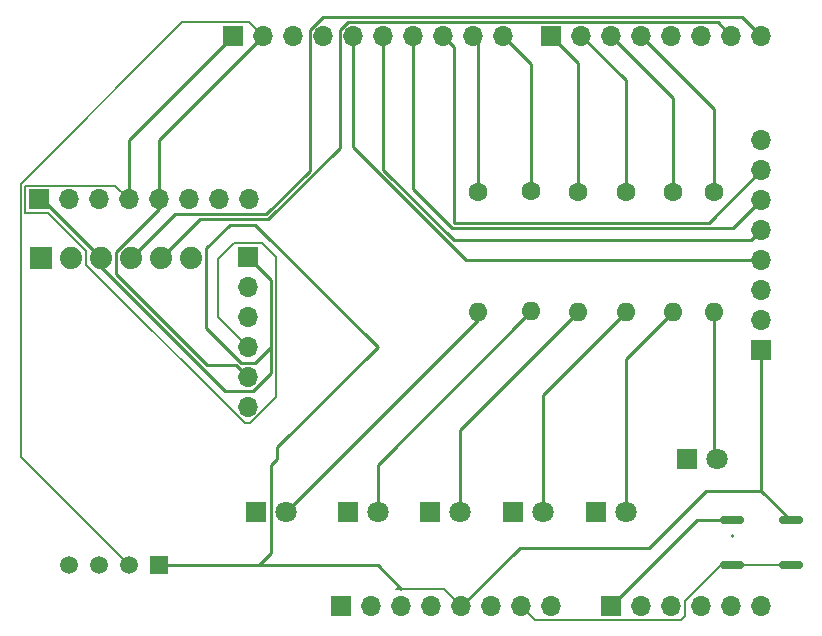
<source format=gbr>
%TF.GenerationSoftware,KiCad,Pcbnew,8.0.8*%
%TF.CreationDate,2025-03-13T23:14:18-06:00*%
%TF.ProjectId,final_project_payload,66696e61-6c5f-4707-926f-6a6563745f70,rev?*%
%TF.SameCoordinates,Original*%
%TF.FileFunction,Copper,L1,Top*%
%TF.FilePolarity,Positive*%
%FSLAX46Y46*%
G04 Gerber Fmt 4.6, Leading zero omitted, Abs format (unit mm)*
G04 Created by KiCad (PCBNEW 8.0.8) date 2025-03-13 23:14:18*
%MOMM*%
%LPD*%
G01*
G04 APERTURE LIST*
G04 Aperture macros list*
%AMRoundRect*
0 Rectangle with rounded corners*
0 $1 Rounding radius*
0 $2 $3 $4 $5 $6 $7 $8 $9 X,Y pos of 4 corners*
0 Add a 4 corners polygon primitive as box body*
4,1,4,$2,$3,$4,$5,$6,$7,$8,$9,$2,$3,0*
0 Add four circle primitives for the rounded corners*
1,1,$1+$1,$2,$3*
1,1,$1+$1,$4,$5*
1,1,$1+$1,$6,$7*
1,1,$1+$1,$8,$9*
0 Add four rect primitives between the rounded corners*
20,1,$1+$1,$2,$3,$4,$5,0*
20,1,$1+$1,$4,$5,$6,$7,0*
20,1,$1+$1,$6,$7,$8,$9,0*
20,1,$1+$1,$8,$9,$2,$3,0*%
G04 Aperture macros list end*
%TA.AperFunction,ComponentPad*%
%ADD10R,1.700000X1.700000*%
%TD*%
%TA.AperFunction,ComponentPad*%
%ADD11O,1.700000X1.700000*%
%TD*%
%TA.AperFunction,ComponentPad*%
%ADD12C,1.500000*%
%TD*%
%TA.AperFunction,ComponentPad*%
%ADD13R,1.500000X1.500000*%
%TD*%
%TA.AperFunction,ComponentPad*%
%ADD14C,1.800000*%
%TD*%
%TA.AperFunction,ComponentPad*%
%ADD15R,1.800000X1.800000*%
%TD*%
%TA.AperFunction,SMDPad,CuDef*%
%ADD16RoundRect,0.150000X-0.825000X-0.150000X0.825000X-0.150000X0.825000X0.150000X-0.825000X0.150000X0*%
%TD*%
%TA.AperFunction,ComponentPad*%
%ADD17O,1.600000X1.600000*%
%TD*%
%TA.AperFunction,ComponentPad*%
%ADD18C,1.600000*%
%TD*%
%TA.AperFunction,ComponentPad*%
%ADD19C,1.879600*%
%TD*%
%TA.AperFunction,ComponentPad*%
%ADD20R,1.879600X1.879600*%
%TD*%
%TA.AperFunction,Conductor*%
%ADD21C,0.200000*%
%TD*%
%TA.AperFunction,Conductor*%
%ADD22C,0.250000*%
%TD*%
G04 APERTURE END LIST*
D10*
%TO.P,J1,1,Pin_1*%
%TO.N,unconnected-(J1-Pin_1-Pad1)*%
X127940000Y-97460000D03*
D11*
%TO.P,J1,2,Pin_2*%
%TO.N,/IOREF*%
X130480000Y-97460000D03*
%TO.P,J1,3,Pin_3*%
%TO.N,/~{RESET}*%
X133020000Y-97460000D03*
%TO.P,J1,4,Pin_4*%
%TO.N,+3V3*%
X135560000Y-97460000D03*
%TO.P,J1,5,Pin_5*%
%TO.N,+5V*%
X138100000Y-97460000D03*
%TO.P,J1,6,Pin_6*%
%TO.N,GND*%
X140640000Y-97460000D03*
%TO.P,J1,7,Pin_7*%
X143180000Y-97460000D03*
%TO.P,J1,8,Pin_8*%
%TO.N,VCC*%
X145720000Y-97460000D03*
%TD*%
D10*
%TO.P,J3,1,Pin_1*%
%TO.N,/INTERNAL_TEMP*%
X150800000Y-97460000D03*
D11*
%TO.P,J3,2,Pin_2*%
%TO.N,/A1*%
X153340000Y-97460000D03*
%TO.P,J3,3,Pin_3*%
%TO.N,/A2*%
X155880000Y-97460000D03*
%TO.P,J3,4,Pin_4*%
%TO.N,/A3*%
X158420000Y-97460000D03*
%TO.P,J3,5,Pin_5*%
%TO.N,/SDA{slash}A4*%
X160960000Y-97460000D03*
%TO.P,J3,6,Pin_6*%
%TO.N,/SCL{slash}A5*%
X163500000Y-97460000D03*
%TD*%
D10*
%TO.P,J2,1,Pin_1*%
%TO.N,/I2C_SCL*%
X118796000Y-49200000D03*
D11*
%TO.P,J2,2,Pin_2*%
%TO.N,/I2C_SDA*%
X121336000Y-49200000D03*
%TO.P,J2,3,Pin_3*%
%TO.N,/AREF*%
X123876000Y-49200000D03*
%TO.P,J2,4,Pin_4*%
%TO.N,GND*%
X126416000Y-49200000D03*
%TO.P,J2,5,Pin_5*%
%TO.N,/RTD_CLK*%
X128956000Y-49200000D03*
%TO.P,J2,6,Pin_6*%
%TO.N,/RTD_SDO*%
X131496000Y-49200000D03*
%TO.P,J2,7,Pin_7*%
%TO.N,/RTD_SDI*%
X134036000Y-49200000D03*
%TO.P,J2,8,Pin_8*%
%TO.N,/RTD_CS*%
X136576000Y-49200000D03*
%TO.P,J2,9,Pin_9*%
%TO.N,/led_red*%
X139116000Y-49200000D03*
%TO.P,J2,10,Pin_10*%
%TO.N,/led_blue_1*%
X141656000Y-49200000D03*
%TD*%
D10*
%TO.P,J4,1,Pin_1*%
%TO.N,/led_green*%
X145720000Y-49200000D03*
D11*
%TO.P,J4,2,Pin_2*%
%TO.N,/led_yellow*%
X148260000Y-49200000D03*
%TO.P,J4,3,Pin_3*%
%TO.N,/led_orange*%
X150800000Y-49200000D03*
%TO.P,J4,4,Pin_4*%
%TO.N,/led_blue_2*%
X153340000Y-49200000D03*
%TO.P,J4,5,Pin_5*%
%TO.N,/INT_PIN_2*%
X155880000Y-49200000D03*
%TO.P,J4,6,Pin_6*%
%TO.N,/INT_PIN_1*%
X158420000Y-49200000D03*
%TO.P,J4,7,Pin_7*%
%TO.N,/RX*%
X160960000Y-49200000D03*
%TO.P,J4,8,Pin_8*%
%TO.N,/TX*%
X163500000Y-49200000D03*
%TD*%
D12*
%TO.P,U2,4,GND*%
%TO.N,GND*%
X104880000Y-94000000D03*
%TO.P,U2,3,GND*%
X107420000Y-94000000D03*
%TO.P,U2,2,SDA*%
%TO.N,/I2C_SDA*%
X109960000Y-94000000D03*
D13*
%TO.P,U2,1,VDD*%
%TO.N,+5V*%
X112500000Y-94000000D03*
%TD*%
D14*
%TO.P,D6,2,A*%
%TO.N,Net-(D6-A)*%
X159765000Y-85000000D03*
D15*
%TO.P,D6,1,K*%
%TO.N,GND*%
X157225000Y-85000000D03*
%TD*%
D16*
%TO.P,U4,8,+Vs*%
%TO.N,+5V*%
X166000000Y-90190000D03*
%TO.P,U4,5,~{SHUTDOWN}*%
%TO.N,GND*%
X166000000Y-94000000D03*
%TO.P,U4,4,GND*%
X161050000Y-94000000D03*
%TO.P,U4,1,V_{OUT}*%
%TO.N,/INTERNAL_TEMP*%
X161050000Y-90190000D03*
%TD*%
D14*
%TO.P,D5,2,A*%
%TO.N,Net-(D5-A)*%
X152040000Y-89500000D03*
D15*
%TO.P,D5,1,K*%
%TO.N,GND*%
X149500000Y-89500000D03*
%TD*%
D14*
%TO.P,D3,2,A*%
%TO.N,Net-(D3-A)*%
X138000000Y-89500000D03*
D15*
%TO.P,D3,1,K*%
%TO.N,GND*%
X135460000Y-89500000D03*
%TD*%
D11*
%TO.P,J6,8,Pin_8*%
%TO.N,unconnected-(J6-Pin_8-Pad8)*%
X163500000Y-58000000D03*
%TO.P,J6,7,Pin_7*%
%TO.N,/RTD_CS*%
X163500000Y-60540000D03*
%TO.P,J6,6,Pin_6*%
%TO.N,/RTD_SDI*%
X163500000Y-63080000D03*
%TO.P,J6,5,Pin_5*%
%TO.N,/RTD_SDO*%
X163500000Y-65620000D03*
%TO.P,J6,4,Pin_4*%
%TO.N,/RTD_CLK*%
X163500000Y-68160000D03*
%TO.P,J6,3,Pin_3*%
%TO.N,unconnected-(J6-Pin_3-Pad3)*%
X163500000Y-70700000D03*
%TO.P,J6,2,Pin_2*%
%TO.N,GND*%
X163500000Y-73240000D03*
D10*
%TO.P,J6,1,Pin_1*%
%TO.N,+5V*%
X163500000Y-75780000D03*
%TD*%
D11*
%TO.P,J5,8,Pin_8*%
%TO.N,unconnected-(J5-Pin_8-Pad8)*%
X120120000Y-63000000D03*
%TO.P,J5,7,Pin_7*%
%TO.N,unconnected-(J5-Pin_7-Pad7)*%
X117580000Y-63000000D03*
%TO.P,J5,6,Pin_6*%
%TO.N,unconnected-(J5-Pin_6-Pad6)*%
X115040000Y-63000000D03*
%TO.P,J5,5,Pin_5*%
%TO.N,/I2C_SDA*%
X112500000Y-63000000D03*
%TO.P,J5,4,Pin_4*%
%TO.N,/I2C_SCL*%
X109960000Y-63000000D03*
%TO.P,J5,3,Pin_3*%
%TO.N,GND*%
X107420000Y-63000000D03*
%TO.P,J5,2,Pin_2*%
%TO.N,unconnected-(J5-Pin_2-Pad2)*%
X104880000Y-63000000D03*
D10*
%TO.P,J5,1,Pin_1*%
%TO.N,+5V*%
X102340000Y-63000000D03*
%TD*%
D17*
%TO.P,R3,2*%
%TO.N,Net-(D3-A)*%
X148000000Y-72580000D03*
D18*
%TO.P,R3,1*%
%TO.N,/led_green*%
X148000000Y-62420000D03*
%TD*%
D14*
%TO.P,D4,2,A*%
%TO.N,Net-(D4-A)*%
X145000000Y-89500000D03*
D15*
%TO.P,D4,1,K*%
%TO.N,GND*%
X142460000Y-89500000D03*
%TD*%
D10*
%TO.P,J7,1,Pin_1*%
%TO.N,+5V*%
X120000000Y-67880000D03*
D11*
%TO.P,J7,2,Pin_2*%
%TO.N,unconnected-(J7-Pin_2-Pad2)*%
X120000000Y-70420000D03*
%TO.P,J7,3,Pin_3*%
%TO.N,GND*%
X120000000Y-72960000D03*
%TO.P,J7,4,Pin_4*%
%TO.N,/I2C_SCL*%
X120000000Y-75500000D03*
%TO.P,J7,5,Pin_5*%
%TO.N,/I2C_SDA*%
X120000000Y-78040000D03*
%TO.P,J7,6,Pin_6*%
%TO.N,GND*%
X120000000Y-80580000D03*
%TD*%
D19*
%TO.P,U3,6,GRN*%
%TO.N,unconnected-(U3-GRN-Pad6)*%
X115200000Y-68000000D03*
%TO.P,U3,5,RXI*%
%TO.N,/RX*%
X112660000Y-68000000D03*
%TO.P,U3,4,TXO*%
%TO.N,/TX*%
X110120000Y-68000000D03*
%TO.P,U3,3,VCC*%
%TO.N,+5V*%
X107580000Y-68000000D03*
%TO.P,U3,2,GND*%
%TO.N,GND*%
X105040000Y-68000000D03*
D20*
%TO.P,U3,1,BLK*%
%TO.N,unconnected-(U3-BLK-Pad1)*%
X102500000Y-68000000D03*
%TD*%
D14*
%TO.P,D1,2,A*%
%TO.N,Net-(D1-A)*%
X123265000Y-89500000D03*
D15*
%TO.P,D1,1,K*%
%TO.N,GND*%
X120725000Y-89500000D03*
%TD*%
D17*
%TO.P,R6,2*%
%TO.N,Net-(D6-A)*%
X159500000Y-72580000D03*
D18*
%TO.P,R6,1*%
%TO.N,/led_blue_2*%
X159500000Y-62420000D03*
%TD*%
D17*
%TO.P,R2,2*%
%TO.N,Net-(D2-A)*%
X144000000Y-72500000D03*
D18*
%TO.P,R2,1*%
%TO.N,/led_blue_1*%
X144000000Y-62340000D03*
%TD*%
D14*
%TO.P,D2,2,A*%
%TO.N,Net-(D2-A)*%
X131000000Y-89500000D03*
D15*
%TO.P,D2,1,K*%
%TO.N,GND*%
X128460000Y-89500000D03*
%TD*%
D17*
%TO.P,R4,2*%
%TO.N,Net-(D4-A)*%
X152000000Y-72580000D03*
D18*
%TO.P,R4,1*%
%TO.N,/led_yellow*%
X152000000Y-62420000D03*
%TD*%
D17*
%TO.P,R1,2*%
%TO.N,Net-(D1-A)*%
X139500000Y-72580000D03*
D18*
%TO.P,R1,1*%
%TO.N,/led_red*%
X139500000Y-62420000D03*
%TD*%
D17*
%TO.P,R5,2*%
%TO.N,Net-(D5-A)*%
X156000000Y-72580000D03*
D18*
%TO.P,R5,1*%
%TO.N,/led_orange*%
X156000000Y-62420000D03*
%TD*%
D21*
%TO.N,/I2C_SCL*%
X117500000Y-73000000D02*
X120000000Y-75500000D01*
X118850000Y-66730000D02*
X117500000Y-68080000D01*
X121230000Y-66730000D02*
X118850000Y-66730000D01*
X122425000Y-79781346D02*
X122425000Y-67925000D01*
X122425000Y-67925000D02*
X121230000Y-66730000D01*
X120206346Y-82000000D02*
X122425000Y-79781346D01*
X119793654Y-82000000D02*
X120206346Y-82000000D01*
X106340200Y-68546546D02*
X119793654Y-82000000D01*
X106340200Y-67361240D02*
X106340200Y-68546546D01*
X103128960Y-64150000D02*
X106340200Y-67361240D01*
X101190000Y-61850000D02*
X101190000Y-64150000D01*
X101190000Y-64150000D02*
X103128960Y-64150000D01*
X108810000Y-61850000D02*
X101190000Y-61850000D01*
X109960000Y-63000000D02*
X108810000Y-61850000D01*
X117500000Y-68080000D02*
X117500000Y-73000000D01*
D22*
%TO.N,+5V*%
X120486701Y-79215000D02*
X122000000Y-77701701D01*
X118078604Y-79215000D02*
X120486701Y-79215000D01*
X107580000Y-68000000D02*
X107580000Y-68716396D01*
X107580000Y-68716396D02*
X118078604Y-79215000D01*
X122000000Y-77701701D02*
X122000000Y-75500000D01*
X122000000Y-69880000D02*
X120000000Y-67880000D01*
X122000000Y-75500000D02*
X122000000Y-69880000D01*
X120635000Y-76865000D02*
X122000000Y-75500000D01*
X119461396Y-76865000D02*
X120635000Y-76865000D01*
X116500000Y-73903604D02*
X119461396Y-76865000D01*
X116500000Y-67155000D02*
X116500000Y-73903604D01*
X118500000Y-65155000D02*
X116500000Y-67155000D01*
X120655000Y-65155000D02*
X118500000Y-65155000D01*
X131000000Y-75500000D02*
X120655000Y-65155000D01*
X122500000Y-84000000D02*
X131000000Y-75500000D01*
X122500000Y-85000000D02*
X122500000Y-84000000D01*
X122000000Y-85500000D02*
X122500000Y-85000000D01*
X122000000Y-93000000D02*
X122000000Y-85500000D01*
X121000000Y-94000000D02*
X122000000Y-93000000D01*
X121000000Y-94000000D02*
X131000000Y-94000000D01*
X112500000Y-94000000D02*
X121000000Y-94000000D01*
X131000000Y-94000000D02*
X133000000Y-96000000D01*
D21*
X133000000Y-96000000D02*
X136640000Y-96000000D01*
X132567943Y-96000000D02*
X133000000Y-96000000D01*
D22*
%TO.N,/I2C_SDA*%
X119000000Y-77040000D02*
X120000000Y-78040000D01*
X108855200Y-69355200D02*
X116540000Y-77040000D01*
X108855200Y-67476102D02*
X108855200Y-69355200D01*
X112500000Y-63831302D02*
X108855200Y-67476102D01*
X116540000Y-77040000D02*
X119000000Y-77040000D01*
X112500000Y-63000000D02*
X112500000Y-63831302D01*
%TO.N,Net-(D5-A)*%
X152040000Y-76540000D02*
X156000000Y-72580000D01*
X152040000Y-89500000D02*
X152040000Y-76540000D01*
%TO.N,Net-(D4-A)*%
X145000000Y-79580000D02*
X152000000Y-72580000D01*
X145000000Y-89500000D02*
X145000000Y-79580000D01*
%TO.N,Net-(D3-A)*%
X138000000Y-82580000D02*
X148000000Y-72580000D01*
X138000000Y-89500000D02*
X138000000Y-82580000D01*
%TO.N,Net-(D2-A)*%
X131000000Y-89500000D02*
X131000000Y-85500000D01*
X131000000Y-85500000D02*
X144000000Y-72500000D01*
%TO.N,Net-(D1-A)*%
X139500000Y-73265000D02*
X139500000Y-72580000D01*
X123265000Y-89500000D02*
X139500000Y-73265000D01*
%TO.N,*%
X161040000Y-91460000D02*
X161050000Y-91460000D01*
X161040000Y-91460000D02*
X161000000Y-91500000D01*
D21*
%TO.N,GND*%
X166000000Y-94000000D02*
X161050000Y-94000000D01*
X161050000Y-94000000D02*
X160075001Y-94000000D01*
D22*
X161050000Y-94000000D02*
X161000000Y-94000000D01*
D21*
X157030000Y-97045001D02*
X157030000Y-98295000D01*
X156715000Y-98610000D02*
X144330000Y-98610000D01*
X157030000Y-98295000D02*
X156715000Y-98610000D01*
X160075001Y-94000000D02*
X157030000Y-97045001D01*
X144330000Y-98610000D02*
X143180000Y-97460000D01*
D22*
%TO.N,+5V*%
X102580000Y-63000000D02*
X107580000Y-68000000D01*
X143060000Y-92500000D02*
X154000000Y-92500000D01*
X163500000Y-87690000D02*
X163500000Y-75780000D01*
X154000000Y-92500000D02*
X158810000Y-87690000D01*
X158810000Y-87690000D02*
X163500000Y-87690000D01*
X138100000Y-97460000D02*
X143060000Y-92500000D01*
D21*
X136640000Y-96000000D02*
X138100000Y-97460000D01*
D22*
X166000000Y-90190000D02*
X163500000Y-87690000D01*
X102340000Y-63000000D02*
X102580000Y-63000000D01*
%TO.N,/I2C_SCL*%
X109960000Y-63000000D02*
X109960000Y-58036000D01*
X109960000Y-58036000D02*
X118796000Y-49200000D01*
D21*
%TO.N,/I2C_SDA*%
X114474315Y-48000000D02*
X120136000Y-48000000D01*
X120136000Y-48000000D02*
X121336000Y-49200000D01*
X100790000Y-61684315D02*
X114474315Y-48000000D01*
X109960000Y-94000000D02*
X100790000Y-84830000D01*
D22*
X112500000Y-63000000D02*
X112500000Y-58036000D01*
X112500000Y-58036000D02*
X121336000Y-49200000D01*
D21*
X100790000Y-84830000D02*
X100790000Y-61684315D01*
D22*
%TO.N,Net-(D6-A)*%
X159500000Y-84735000D02*
X159765000Y-85000000D01*
X159500000Y-72580000D02*
X159500000Y-84735000D01*
%TO.N,/RTD_SDI*%
X134036000Y-62172396D02*
X134036000Y-49200000D01*
X137313604Y-65450000D02*
X134036000Y-62172396D01*
X161130000Y-65450000D02*
X137313604Y-65450000D01*
X163500000Y-63080000D02*
X161130000Y-65450000D01*
%TO.N,/RTD_SDO*%
X162650000Y-66470000D02*
X137470000Y-66470000D01*
X131496000Y-60496000D02*
X131496000Y-49200000D01*
X137470000Y-66470000D02*
X131496000Y-60496000D01*
X163500000Y-65620000D02*
X162650000Y-66470000D01*
%TO.N,/RTD_CLK*%
X128956000Y-58592396D02*
X128956000Y-49200000D01*
X163500000Y-68160000D02*
X138523604Y-68160000D01*
X138523604Y-68160000D02*
X128956000Y-58592396D01*
%TO.N,/RTD_CS*%
X137500000Y-65000000D02*
X137500000Y-50124000D01*
X137500000Y-50124000D02*
X136576000Y-49200000D01*
X163500000Y-60540000D02*
X159040000Y-65000000D01*
X159040000Y-65000000D02*
X137500000Y-65000000D01*
%TO.N,/led_blue_1*%
X144000000Y-51544000D02*
X141656000Y-49200000D01*
X144000000Y-62340000D02*
X144000000Y-51544000D01*
%TO.N,/led_red*%
X139500000Y-62420000D02*
X139500000Y-49584000D01*
X139500000Y-49584000D02*
X139116000Y-49200000D01*
%TO.N,/INTERNAL_TEMP*%
X161050000Y-90190000D02*
X158070000Y-90190000D01*
X158070000Y-90190000D02*
X150800000Y-97460000D01*
%TO.N,/RX*%
X159785000Y-48025000D02*
X160960000Y-49200000D01*
X112660000Y-68000000D02*
X115955000Y-64705000D01*
X121762396Y-64705000D02*
X127781000Y-58686396D01*
X128469299Y-48025000D02*
X159785000Y-48025000D01*
X115955000Y-64705000D02*
X121762396Y-64705000D01*
X127781000Y-48713299D02*
X128469299Y-48025000D01*
X127781000Y-58686396D02*
X127781000Y-48713299D01*
%TO.N,/led_green*%
X148000000Y-62420000D02*
X148000000Y-51480000D01*
X148000000Y-51480000D02*
X145720000Y-49200000D01*
%TO.N,/TX*%
X125241000Y-60590000D02*
X125241000Y-48713299D01*
X121576000Y-64255000D02*
X125241000Y-60590000D01*
X161875000Y-47575000D02*
X163500000Y-49200000D01*
X125241000Y-48713299D02*
X126379299Y-47575000D01*
X126379299Y-47575000D02*
X161875000Y-47575000D01*
X110120000Y-68000000D02*
X113865000Y-64255000D01*
X113865000Y-64255000D02*
X121576000Y-64255000D01*
%TO.N,/led_yellow*%
X152000000Y-62420000D02*
X152000000Y-52940000D01*
X152000000Y-52940000D02*
X148260000Y-49200000D01*
%TO.N,/led_blue_2*%
X159500000Y-55360000D02*
X153340000Y-49200000D01*
X159500000Y-62420000D02*
X159500000Y-55360000D01*
%TO.N,/led_orange*%
X156000000Y-54400000D02*
X150800000Y-49200000D01*
X156000000Y-62420000D02*
X156000000Y-54400000D01*
%TO.N,unconnected-(J6-Pin_3-Pad3)*%
X163500000Y-71000000D02*
X163500000Y-70700000D01*
%TD*%
M02*

</source>
